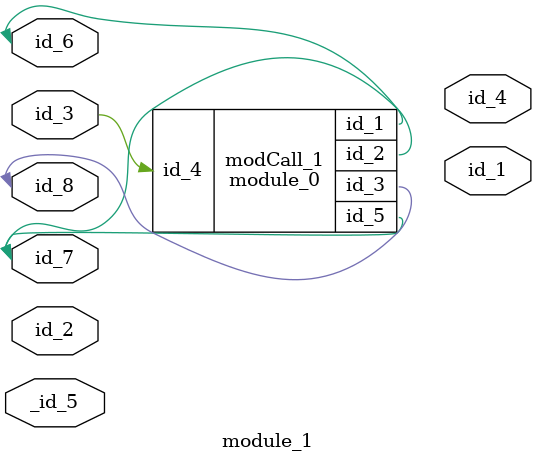
<source format=v>
module module_0 #(
    parameter id_6 = 32'd87
) (
    id_1,
    id_2,
    id_3,
    id_4,
    id_5
);
  output wire id_5;
  input wire id_4;
  inout wire id_3;
  inout wire id_2;
  inout wire id_1;
  wire _id_6;
  assign id_1 = id_1;
  wire [id_6 : id_6] id_7;
endmodule
module module_1 #(
    parameter id_5 = 32'd50,
    parameter id_9 = 32'd93
) (
    id_1,
    id_2,
    id_3,
    id_4,
    _id_5,
    id_6,
    id_7,
    id_8
);
  inout wire id_8;
  inout wire id_7;
  inout wire id_6;
  module_0 modCall_1 (
      id_6,
      id_7,
      id_8,
      id_3,
      id_7
  );
  inout wire _id_5;
  output wire id_4;
  input wire id_3;
  inout wire id_2;
  output wire id_1;
  wire _id_9;
  ;
  wire id_10;
  ;
  wire [id_5 : id_9] id_11;
endmodule

</source>
